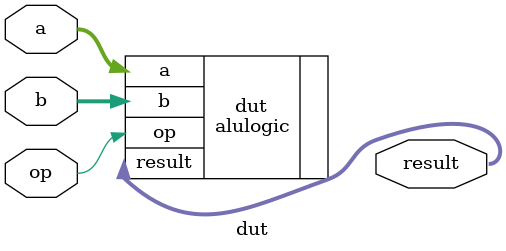
<source format=v>
`timescale 1ns/1ps
module dut (
    input           [31:0]  a,
    input           [31:0]  b,
    input                   op,                
    output signed   [31:0]  result
);
    alulogic dut(
        .a(a),
        .b(b),
        .op(op),
        .result(result)
    );

endmodule

</source>
